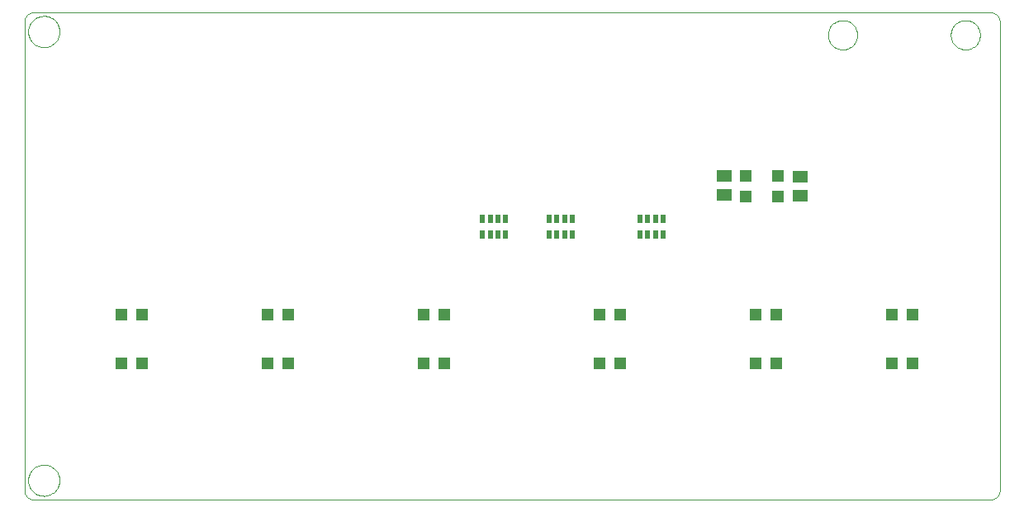
<source format=gbp>
G75*
%MOIN*%
%OFA0B0*%
%FSLAX24Y24*%
%IPPOS*%
%LPD*%
%AMOC8*
5,1,8,0,0,1.08239X$1,22.5*
%
%ADD10C,0.0000*%
%ADD11R,0.0472X0.0472*%
%ADD12R,0.0197X0.0354*%
%ADD13R,0.0591X0.0512*%
D10*
X000754Y002824D02*
X039336Y002824D01*
X039375Y002826D01*
X039413Y002832D01*
X039450Y002841D01*
X039487Y002854D01*
X039522Y002871D01*
X039555Y002890D01*
X039586Y002913D01*
X039615Y002939D01*
X039641Y002968D01*
X039664Y002999D01*
X039683Y003032D01*
X039700Y003067D01*
X039713Y003104D01*
X039722Y003141D01*
X039728Y003179D01*
X039730Y003218D01*
X039730Y022115D01*
X039728Y022154D01*
X039722Y022192D01*
X039713Y022229D01*
X039700Y022266D01*
X039683Y022301D01*
X039664Y022334D01*
X039641Y022365D01*
X039615Y022394D01*
X039586Y022420D01*
X039555Y022443D01*
X039522Y022462D01*
X039487Y022479D01*
X039450Y022492D01*
X039413Y022501D01*
X039375Y022507D01*
X039336Y022509D01*
X000754Y022509D01*
X000715Y022507D01*
X000677Y022501D01*
X000640Y022492D01*
X000603Y022479D01*
X000568Y022462D01*
X000535Y022443D01*
X000504Y022420D01*
X000475Y022394D01*
X000449Y022365D01*
X000426Y022334D01*
X000407Y022301D01*
X000390Y022266D01*
X000377Y022229D01*
X000368Y022192D01*
X000362Y022154D01*
X000360Y022115D01*
X000360Y003218D01*
X000362Y003179D01*
X000368Y003141D01*
X000377Y003104D01*
X000390Y003067D01*
X000407Y003032D01*
X000426Y002999D01*
X000449Y002968D01*
X000475Y002939D01*
X000504Y002913D01*
X000535Y002890D01*
X000568Y002871D01*
X000603Y002854D01*
X000640Y002841D01*
X000677Y002832D01*
X000715Y002826D01*
X000754Y002824D01*
X000517Y003611D02*
X000519Y003661D01*
X000525Y003711D01*
X000535Y003760D01*
X000549Y003808D01*
X000566Y003855D01*
X000587Y003900D01*
X000612Y003944D01*
X000640Y003985D01*
X000672Y004024D01*
X000706Y004061D01*
X000743Y004095D01*
X000783Y004125D01*
X000825Y004152D01*
X000869Y004176D01*
X000915Y004197D01*
X000962Y004213D01*
X001010Y004226D01*
X001060Y004235D01*
X001109Y004240D01*
X001160Y004241D01*
X001210Y004238D01*
X001259Y004231D01*
X001308Y004220D01*
X001356Y004205D01*
X001402Y004187D01*
X001447Y004165D01*
X001490Y004139D01*
X001531Y004110D01*
X001570Y004078D01*
X001606Y004043D01*
X001638Y004005D01*
X001668Y003965D01*
X001695Y003922D01*
X001718Y003878D01*
X001737Y003832D01*
X001753Y003784D01*
X001765Y003735D01*
X001773Y003686D01*
X001777Y003636D01*
X001777Y003586D01*
X001773Y003536D01*
X001765Y003487D01*
X001753Y003438D01*
X001737Y003390D01*
X001718Y003344D01*
X001695Y003300D01*
X001668Y003257D01*
X001638Y003217D01*
X001606Y003179D01*
X001570Y003144D01*
X001531Y003112D01*
X001490Y003083D01*
X001447Y003057D01*
X001402Y003035D01*
X001356Y003017D01*
X001308Y003002D01*
X001259Y002991D01*
X001210Y002984D01*
X001160Y002981D01*
X001109Y002982D01*
X001060Y002987D01*
X001010Y002996D01*
X000962Y003009D01*
X000915Y003025D01*
X000869Y003046D01*
X000825Y003070D01*
X000783Y003097D01*
X000743Y003127D01*
X000706Y003161D01*
X000672Y003198D01*
X000640Y003237D01*
X000612Y003278D01*
X000587Y003322D01*
X000566Y003367D01*
X000549Y003414D01*
X000535Y003462D01*
X000525Y003511D01*
X000519Y003561D01*
X000517Y003611D01*
X000517Y021722D02*
X000519Y021772D01*
X000525Y021822D01*
X000535Y021871D01*
X000549Y021919D01*
X000566Y021966D01*
X000587Y022011D01*
X000612Y022055D01*
X000640Y022096D01*
X000672Y022135D01*
X000706Y022172D01*
X000743Y022206D01*
X000783Y022236D01*
X000825Y022263D01*
X000869Y022287D01*
X000915Y022308D01*
X000962Y022324D01*
X001010Y022337D01*
X001060Y022346D01*
X001109Y022351D01*
X001160Y022352D01*
X001210Y022349D01*
X001259Y022342D01*
X001308Y022331D01*
X001356Y022316D01*
X001402Y022298D01*
X001447Y022276D01*
X001490Y022250D01*
X001531Y022221D01*
X001570Y022189D01*
X001606Y022154D01*
X001638Y022116D01*
X001668Y022076D01*
X001695Y022033D01*
X001718Y021989D01*
X001737Y021943D01*
X001753Y021895D01*
X001765Y021846D01*
X001773Y021797D01*
X001777Y021747D01*
X001777Y021697D01*
X001773Y021647D01*
X001765Y021598D01*
X001753Y021549D01*
X001737Y021501D01*
X001718Y021455D01*
X001695Y021411D01*
X001668Y021368D01*
X001638Y021328D01*
X001606Y021290D01*
X001570Y021255D01*
X001531Y021223D01*
X001490Y021194D01*
X001447Y021168D01*
X001402Y021146D01*
X001356Y021128D01*
X001308Y021113D01*
X001259Y021102D01*
X001210Y021095D01*
X001160Y021092D01*
X001109Y021093D01*
X001060Y021098D01*
X001010Y021107D01*
X000962Y021120D01*
X000915Y021136D01*
X000869Y021157D01*
X000825Y021181D01*
X000783Y021208D01*
X000743Y021238D01*
X000706Y021272D01*
X000672Y021309D01*
X000640Y021348D01*
X000612Y021389D01*
X000587Y021433D01*
X000566Y021478D01*
X000549Y021525D01*
X000535Y021573D01*
X000525Y021622D01*
X000519Y021672D01*
X000517Y021722D01*
X032795Y021590D02*
X032797Y021638D01*
X032803Y021686D01*
X032813Y021733D01*
X032826Y021779D01*
X032844Y021824D01*
X032864Y021868D01*
X032889Y021910D01*
X032917Y021949D01*
X032947Y021986D01*
X032981Y022020D01*
X033018Y022052D01*
X033056Y022081D01*
X033097Y022106D01*
X033140Y022128D01*
X033185Y022146D01*
X033231Y022160D01*
X033278Y022171D01*
X033326Y022178D01*
X033374Y022181D01*
X033422Y022180D01*
X033470Y022175D01*
X033518Y022166D01*
X033564Y022154D01*
X033609Y022137D01*
X033653Y022117D01*
X033695Y022094D01*
X033735Y022067D01*
X033773Y022037D01*
X033808Y022004D01*
X033840Y021968D01*
X033870Y021930D01*
X033896Y021889D01*
X033918Y021846D01*
X033938Y021802D01*
X033953Y021757D01*
X033965Y021710D01*
X033973Y021662D01*
X033977Y021614D01*
X033977Y021566D01*
X033973Y021518D01*
X033965Y021470D01*
X033953Y021423D01*
X033938Y021378D01*
X033918Y021334D01*
X033896Y021291D01*
X033870Y021250D01*
X033840Y021212D01*
X033808Y021176D01*
X033773Y021143D01*
X033735Y021113D01*
X033695Y021086D01*
X033653Y021063D01*
X033609Y021043D01*
X033564Y021026D01*
X033518Y021014D01*
X033470Y021005D01*
X033422Y021000D01*
X033374Y020999D01*
X033326Y021002D01*
X033278Y021009D01*
X033231Y021020D01*
X033185Y021034D01*
X033140Y021052D01*
X033097Y021074D01*
X033056Y021099D01*
X033018Y021128D01*
X032981Y021160D01*
X032947Y021194D01*
X032917Y021231D01*
X032889Y021270D01*
X032864Y021312D01*
X032844Y021356D01*
X032826Y021401D01*
X032813Y021447D01*
X032803Y021494D01*
X032797Y021542D01*
X032795Y021590D01*
X037755Y021590D02*
X037757Y021638D01*
X037763Y021686D01*
X037773Y021733D01*
X037786Y021779D01*
X037804Y021824D01*
X037824Y021868D01*
X037849Y021910D01*
X037877Y021949D01*
X037907Y021986D01*
X037941Y022020D01*
X037978Y022052D01*
X038016Y022081D01*
X038057Y022106D01*
X038100Y022128D01*
X038145Y022146D01*
X038191Y022160D01*
X038238Y022171D01*
X038286Y022178D01*
X038334Y022181D01*
X038382Y022180D01*
X038430Y022175D01*
X038478Y022166D01*
X038524Y022154D01*
X038569Y022137D01*
X038613Y022117D01*
X038655Y022094D01*
X038695Y022067D01*
X038733Y022037D01*
X038768Y022004D01*
X038800Y021968D01*
X038830Y021930D01*
X038856Y021889D01*
X038878Y021846D01*
X038898Y021802D01*
X038913Y021757D01*
X038925Y021710D01*
X038933Y021662D01*
X038937Y021614D01*
X038937Y021566D01*
X038933Y021518D01*
X038925Y021470D01*
X038913Y021423D01*
X038898Y021378D01*
X038878Y021334D01*
X038856Y021291D01*
X038830Y021250D01*
X038800Y021212D01*
X038768Y021176D01*
X038733Y021143D01*
X038695Y021113D01*
X038655Y021086D01*
X038613Y021063D01*
X038569Y021043D01*
X038524Y021026D01*
X038478Y021014D01*
X038430Y021005D01*
X038382Y021000D01*
X038334Y020999D01*
X038286Y021002D01*
X038238Y021009D01*
X038191Y021020D01*
X038145Y021034D01*
X038100Y021052D01*
X038057Y021074D01*
X038016Y021099D01*
X037978Y021128D01*
X037941Y021160D01*
X037907Y021194D01*
X037877Y021231D01*
X037849Y021270D01*
X037824Y021312D01*
X037804Y021356D01*
X037786Y021401D01*
X037773Y021447D01*
X037763Y021494D01*
X037757Y021542D01*
X037755Y021590D01*
D11*
X030780Y015897D03*
X030780Y015071D03*
X029460Y015071D03*
X029460Y015897D03*
X029868Y010304D03*
X030695Y010304D03*
X030695Y008336D03*
X029868Y008336D03*
X024395Y008336D03*
X023569Y008336D03*
X023569Y010304D03*
X024395Y010304D03*
X017309Y010304D03*
X016482Y010304D03*
X016482Y008336D03*
X017309Y008336D03*
X011010Y008336D03*
X010183Y008336D03*
X010183Y010304D03*
X011010Y010304D03*
X005104Y010304D03*
X004277Y010304D03*
X004277Y008336D03*
X005104Y008336D03*
X035380Y008336D03*
X036206Y008336D03*
X036206Y010304D03*
X035380Y010304D03*
D12*
X026153Y013533D03*
X025838Y013533D03*
X025523Y013533D03*
X025208Y013533D03*
X025208Y014163D03*
X025523Y014163D03*
X025838Y014163D03*
X026153Y014163D03*
X022486Y014163D03*
X022171Y014163D03*
X021856Y014163D03*
X021541Y014163D03*
X021541Y013533D03*
X021856Y013533D03*
X022171Y013533D03*
X022486Y013533D03*
X019790Y013533D03*
X019475Y013533D03*
X019160Y013533D03*
X018845Y013533D03*
X018845Y014163D03*
X019160Y014163D03*
X019475Y014163D03*
X019790Y014163D03*
D13*
X028620Y015140D03*
X028620Y015888D03*
X031680Y015858D03*
X031680Y015110D03*
M02*

</source>
